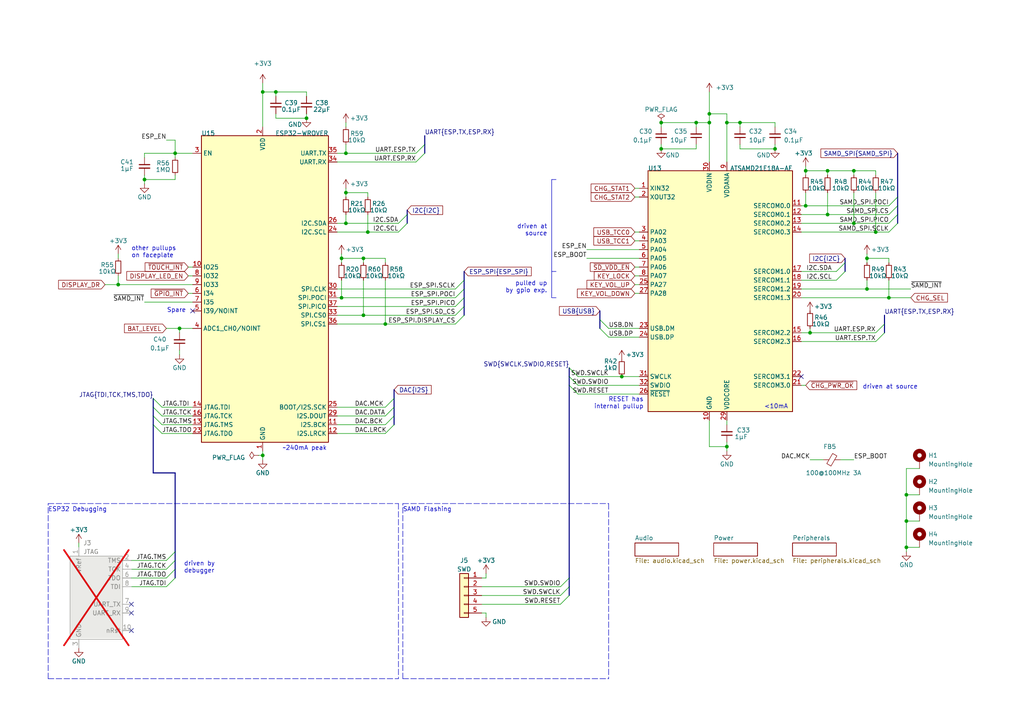
<source format=kicad_sch>
(kicad_sch (version 20230121) (generator eeschema)
  (paper "A4")
  (title_block (title "TANGARA") (date "2023-05-30") (rev "4") (company "made by jacqueline") (comment 1 "SPDX-License-Identifier: CERN-OHL-S-2.0"))
  (lib_symbols
    (symbol "Connector_Generic:Conn_01x05" (pin_names (offset 1.016) hide)
      (property "Reference" "J" (at 0 7.62 0))
      (property "Value" "Conn_01x05" (at 0 -7.62 0))
      (symbol "Conn_01x05_1_1"
        (rectangle (start -1.27 -4.953) (end 0 -5.207) (stroke (width 0.1524)))
        (rectangle (start -1.27 -2.413) (end 0 -2.667) (stroke (width 0.1524)))
        (rectangle (start -1.27 0.127) (end 0 -0.127) (stroke (width 0.1524)))
        (rectangle (start -1.27 2.667) (end 0 2.413) (stroke (width 0.1524)))
        (rectangle (start -1.27 5.207) (end 0 4.953) (stroke (width 0.1524)))
        (rectangle (start -1.27 6.35) (end 1.27 -6.35) (stroke (width 0.254)) (fill (type background)))
        (pin passive line (at -5.08 5.08 0) (length 3.81) (name "Pin_1") (number "1"))
        (pin passive line (at -5.08 2.54 0) (length 3.81) (name "Pin_2") (number "2"))
        (pin passive line (at -5.08 0 0) (length 3.81) (name "Pin_3") (number "3"))
        (pin passive line (at -5.08 -2.54 0) (length 3.81) (name "Pin_4") (number "4"))
        (pin passive line (at -5.08 -5.08 0) (length 3.81) (name "Pin_5") (number "5"))
      )
    )
    (symbol "Device:C_Small" (pin_numbers hide) (pin_names (offset 0.254) hide)
      (property "Reference" "C" (at 0.254 1.778 0))
      (property "Value" "C_Small" (at 0.254 -2.032 0))
      (symbol "C_Small_0_1"
        (polyline (pts (xy -1.524 -0.508) (xy 1.524 -0.508)) (stroke (width 0.3302)))
        (polyline (pts (xy -1.524 0.508) (xy 1.524 0.508)) (stroke (width 0.3048)))
      )
      (symbol "C_Small_1_1"
        (pin passive line (at 0 2.54 270) (length 2.032) (name "~") (number "1"))
        (pin passive line (at 0 -2.54 90) (length 2.032) (name "~") (number "2"))
      )
    )
    (symbol "Device:Ferrite_Bead_Small" (pin_numbers hide) (pin_names (offset 0))
      (property "Reference" "FB" (at 1.905 1.27 0))
      (property "Value" "Device_Ferrite_Bead_Small" (at 1.905 -1.27 0))
      (symbol "Ferrite_Bead_Small_0_1"
        (polyline (pts (xy 0 -1.27) (xy 0 -0.7874)))
        (polyline (pts (xy 0 0.889) (xy 0 1.2954)))
        (polyline (pts (xy -1.8288 0.2794) (xy -1.1176 1.4986) (xy 1.8288 -0.2032) (xy 1.1176 -1.4224) (xy -1.8288 0.2794)))
      )
      (symbol "Ferrite_Bead_Small_1_1"
        (pin passive line (at 0 2.54 270) (length 1.27) (name "~") (number "1"))
        (pin passive line (at 0 -2.54 90) (length 1.27) (name "~") (number "2"))
      )
    )
    (symbol "Device:R_Small" (pin_numbers hide) (pin_names (offset 0.254) hide)
      (property "Reference" "R" (at 0.762 0.508 0))
      (property "Value" "R_Small" (at 0.762 -1.016 0))
      (symbol "R_Small_0_1"
        (rectangle (start -0.762 1.778) (end 0.762 -1.778) (stroke (width 0.2032)))
      )
      (symbol "R_Small_1_1"
        (pin passive line (at 0 2.54 270) (length 0.762) (name "~") (number "1"))
        (pin passive line (at 0 -2.54 90) (length 0.762) (name "~") (number "2"))
      )
    )
    (symbol "Mechanical:MountingHole_Pad" (pin_numbers hide) (pin_names (offset 1.016) hide)
      (property "Reference" "H" (at 0 6.35 0))
      (property "Value" "MountingHole_Pad" (at 0 4.445 0))
      (symbol "MountingHole_Pad_0_1"
        (circle (center 0 1.27) (radius 1.27) (stroke (width 1.27)))
      )
      (symbol "MountingHole_Pad_1_1"
        (pin input line (at 0 -2.54 90) (length 2.54) (name "1") (number "1"))
      )
    )
    (symbol "power:+3V3" (power) (pin_names (offset 0))
      (property "Value" "+3V3" (at 0 3.556 0))
      (symbol "+3V3_0_1"
        (polyline (pts (xy -0.762 1.27) (xy 0 2.54)))
        (polyline (pts (xy 0 0) (xy 0 2.54)))
        (polyline (pts (xy 0 2.54) (xy 0.762 1.27)))
      )
      (symbol "+3V3_1_1"
        (pin power_in line (at 0 0 90) (length 0) hide (name "+3V3") (number "1"))
      )
    )
    (symbol "power:GND" (power) (pin_names (offset 0))
      (property "Value" "GND" (at 0 -3.81 0))
      (symbol "GND_0_1"
        (polyline (pts (xy 0 0) (xy 0 -1.27) (xy 1.27 -1.27) (xy 0 -2.54) (xy -1.27 -1.27) (xy 0 -1.27)))
      )
      (symbol "GND_1_1"
        (pin power_in line (at 0 0 270) (length 0) hide (name "GND") (number "1"))
      )
    )
    (symbol "power:PWR_FLAG" (power) (pin_numbers hide) (pin_names (offset 0) hide)
      (property "Value" "PWR_FLAG" (at 0 3.81 0))
      (symbol "PWR_FLAG_0_0"
        (pin power_out line (at 0 0 90) (length 0) (name "pwr") (number "1"))
      )
      (symbol "PWR_FLAG_0_1"
        (polyline (pts (xy 0 0) (xy 0 1.27) (xy -1.016 1.905) (xy 0 2.54) (xy 1.016 1.905) (xy 0 1.27)))
      )
    )
    (symbol "symbols:ATSAMD21E15A-A"
      (property "Reference" "U" (at 0 15.24 0))
      (property "Value" "ATSAMD21E15A-A" (at 0 10.16 0))
      (symbol "ATSAMD21E15A-A_1_1"
        (rectangle (start -20.32 45.72) (end 21.59 -24.13) (stroke (width 0.254)) (fill (type background)))
        (pin bidirectional line (at -22.86 40.64 0) (length 2.54) (name "XIN32") (number "1"))
        (pin power_in line (at -2.54 -26.67 90) (length 2.54) (name "GND") (number "10"))
        (pin bidirectional line (at 24.13 35.56 180) (length 2.54) (name "SERCOM0.0") (number "11"))
        (pin bidirectional line (at 24.13 33.02 180) (length 2.54) (name "SERCOM0.1") (number "12"))
        (pin bidirectional line (at 24.13 30.48 180) (length 2.54) (name "SERCOM0.2") (number "13"))
        (pin bidirectional line (at 24.13 27.94 180) (length 2.54) (name "SERCOM0.3") (number "14"))
        (pin bidirectional line (at 24.13 -1.27 180) (length 2.54) (name "SERCOM2.2") (number "15"))
        (pin bidirectional line (at 24.13 -3.81 180) (length 2.54) (name "SERCOM2.3") (number "16"))
        (pin bidirectional line (at 24.13 16.51 180) (length 2.54) (name "SERCOM1.0") (number "17"))
        (pin bidirectional line (at 24.13 13.97 180) (length 2.54) (name "SERCOM1.1") (number "18"))
        (pin bidirectional line (at 24.13 11.43 180) (length 2.54) (name "SERCOM1.2") (number "19"))
        (pin bidirectional line (at -22.86 38.1 0) (length 2.54) (name "XOUT32") (number "2"))
        (pin bidirectional line (at 24.13 8.89 180) (length 2.54) (name "SERCOM1.3") (number "20"))
        (pin bidirectional line (at 24.13 -16.51 180) (length 2.54) (name "SERCOM3.0") (number "21"))
        (pin bidirectional line (at 24.13 -13.97 180) (length 2.54) (name "SERCOM3.1") (number "22"))
        (pin bidirectional line (at -22.86 0 0) (length 2.54) (name "USB.DM") (number "23"))
        (pin bidirectional line (at -22.86 -2.54 0) (length 2.54) (name "USB.DP") (number "24"))
        (pin bidirectional line (at -22.86 12.7 0) (length 2.54) (name "PA27") (number "25"))
        (pin input line (at -22.86 -19.05 0) (length 2.54) (name "~{RESET}") (number "26"))
        (pin bidirectional line (at -22.86 10.16 0) (length 2.54) (name "PA28") (number "27"))
        (pin power_in line (at -2.54 -26.67 90) (length 2.54) hide (name "GND") (number "28"))
        (pin power_out line (at 2.54 -26.67 90) (length 2.54) (name "VDDCORE") (number "29"))
        (pin bidirectional line (at -22.86 27.94 0) (length 2.54) (name "PA02") (number "3"))
        (pin power_in line (at -2.54 48.26 270) (length 2.54) (name "VDDIN") (number "30"))
        (pin bidirectional line (at -22.86 -13.97 0) (length 2.54) (name "SWCLK") (number "31"))
        (pin bidirectional line (at -22.86 -16.51 0) (length 2.54) (name "SWDIO") (number "32"))
        (pin bidirectional line (at -22.86 25.4 0) (length 2.54) (name "PA03") (number "4"))
        (pin bidirectional line (at -22.86 22.86 0) (length 2.54) (name "PA04") (number "5"))
        (pin bidirectional line (at -22.86 20.32 0) (length 2.54) (name "PA05") (number "6"))
        (pin bidirectional line (at -22.86 17.78 0) (length 2.54) (name "PA06") (number "7"))
        (pin bidirectional line (at -22.86 15.24 0) (length 2.54) (name "PA07") (number "8"))
        (pin power_in line (at 2.54 48.26 270) (length 2.54) (name "VDDANA") (number "9"))
      )
    )
    (symbol "symbols:BMDU"
      (property "Reference" "U" (at -5.08 6.35 0))
      (property "Value" "BMDU" (at -5.08 6.35 0))
      (symbol "BMDU_0_0"
        (pin power_in line (at -5.08 20.32 270) (length 2.54) (name "vRef") (number "1"))
        (pin output line (at 10.16 -3.81 180) (length 2.54) (name "nRst") (number "10"))
        (pin output line (at 10.16 16.51 180) (length 2.54) (name "TMS") (number "2"))
        (pin power_in line (at -5.08 -8.89 90) (length 2.54) (name "GND") (number "3"))
        (pin output line (at 10.16 13.97 180) (length 2.54) (name "TCK") (number "4"))
        (pin power_in line (at -5.08 -8.89 90) (length 2.54) hide (name "GND") (number "5"))
        (pin output line (at 10.16 11.43 180) (length 2.54) (name "TDO") (number "6"))
        (pin output line (at 10.16 3.81 180) (length 2.54) (name "UART_TX") (number "7"))
        (pin input line (at 10.16 8.89 180) (length 2.54) (name "TDI") (number "8"))
        (pin input line (at 10.16 1.27 180) (length 2.54) (name "UART_RX") (number "9"))
      )
      (symbol "BMDU_0_1"
        (rectangle (start -7.62 17.78) (end 7.62 -6.35) (fill (type background)))
      )
    )
    (symbol "symbols:ESP32-WROOM"
      (property "Reference" "U" (at -17.78 34.29 0))
      (property "Value" "ESP32-WROOM" (at -3.81 34.29 0))
      (symbol "ESP32-WROOM_0_1"
        (rectangle (start -17.78 33.02) (end 19.05 -55.88) (stroke (width 0.254)) (fill (type background)))
      )
      (symbol "ESP32-WROOM_1_1"
        (pin power_in line (at 0 -58.42 90) (length 2.54) (name "GND") (number "1"))
        (pin bidirectional line (at -20.32 -5.08 0) (length 2.54) (name "IO25") (number "10"))
        (pin bidirectional line (at 21.59 -50.8 180) (length 2.54) (name "I2S.BCK") (number "11"))
        (pin bidirectional line (at 21.59 -53.34 180) (length 2.54) (name "I2S.LRCK") (number "12"))
        (pin bidirectional line (at -20.32 -50.8 0) (length 2.54) (name "JTAG.TMS") (number "13"))
        (pin bidirectional line (at -20.32 -45.72 0) (length 2.54) (name "JTAG.TDI") (number "14"))
        (pin power_in line (at 0 -58.42 90) (length 2.54) hide (name "GND") (number "15"))
        (pin bidirectional line (at -20.32 -48.26 0) (length 2.54) (name "JTAG.TCK") (number "16"))
        (pin no_connect line (at -17.78 16.51 0) (length 2.54) hide (name "SHD/SD2") (number "17"))
        (pin no_connect line (at -17.78 13.97 0) (length 2.54) hide (name "SWP/SD3") (number "18"))
        (pin no_connect line (at -17.78 8.89 0) (length 2.54) hide (name "SCS/CMD") (number "19"))
        (pin power_in line (at 0 35.56 270) (length 2.54) (name "VDD") (number "2"))
        (pin no_connect line (at -17.78 11.43 0) (length 2.54) hide (name "SCK/CLK") (number "20"))
        (pin no_connect line (at -17.78 21.59 0) (length 2.54) hide (name "SDO/SD0") (number "21"))
        (pin no_connect line (at -17.78 19.05 0) (length 2.54) hide (name "SDI/SD1") (number "22"))
        (pin bidirectional line (at -20.32 -53.34 0) (length 2.54) (name "JTAG.TDO") (number "23"))
        (pin bidirectional line (at 21.59 5.08 180) (length 2.54) (name "I2C.SCL") (number "24"))
        (pin bidirectional line (at 21.59 -45.72 180) (length 2.54) (name "BOOT/I2S.SCK") (number "25"))
        (pin bidirectional line (at 21.59 7.62 180) (length 2.54) (name "I2C.SDA") (number "26"))
        (pin no_connect line (at -17.78 6.35 0) (length 2.54) hide (name "IO16") (number "27"))
        (pin no_connect line (at -17.78 3.81 0) (length 2.54) hide (name "IO17") (number "28"))
        (pin bidirectional line (at 21.59 -48.26 180) (length 2.54) (name "I2S.DOUT") (number "29"))
        (pin input line (at -20.32 27.94 0) (length 2.54) (name "EN") (number "3"))
        (pin bidirectional line (at 21.59 -11.43 180) (length 2.54) (name "SPI.CLK") (number "30"))
        (pin bidirectional line (at 21.59 -13.97 180) (length 2.54) (name "SPI.POCI") (number "31"))
        (pin no_connect line (at -17.78 1.27 0) (length 2.54) hide (name "NC") (number "32"))
        (pin bidirectional line (at 21.59 -19.05 180) (length 2.54) (name "SPI.CS0") (number "33"))
        (pin bidirectional line (at 21.59 25.4 180) (length 2.54) (name "UART.RX") (number "34"))
        (pin bidirectional line (at 21.59 27.94 180) (length 2.54) (name "UART.TX") (number "35"))
        (pin bidirectional line (at 21.59 -21.59 180) (length 2.54) (name "SPI.CS1") (number "36"))
        (pin bidirectional line (at 21.59 -16.51 180) (length 2.54) (name "SPI.PICO") (number "37"))
        (pin power_in line (at 0 -58.42 90) (length 2.54) hide (name "GND") (number "38"))
        (pin power_in line (at 0 -58.42 90) (length 2.54) hide (name "GND") (number "39"))
        (pin input line (at -20.32 -22.86 0) (length 2.54) (name "ADC1_CH0/NOINT") (number "4"))
        (pin input line (at -20.32 -17.78 0) (length 2.54) (name "I39/NOINT") (number "5"))
        (pin input line (at -20.32 -12.7 0) (length 2.54) (name "I34") (number "6"))
        (pin input line (at -20.32 -15.24 0) (length 2.54) (name "I35") (number "7"))
        (pin bidirectional line (at -20.32 -7.62 0) (length 2.54) (name "IO32") (number "8"))
        (pin bidirectional line (at -20.32 -10.16 0) (length 2.54) (name "IO33") (number "9"))
      )
    )
  )
  (bus_alias "USB" (members "DN" "DP"))
  (bus_alias "ESP_SPI" (members "SCLK" "POCI" "PICO" "SD_CS" "DISPLAY_CS"))
  (bus_alias "I2C" (members "SDA" "SCL"))
  (bus_alias "SAMD_SPI" (members "SCLK" "POCI" "PICO" "CS"))
  (bus_alias "I2S" (members "MCK" "BCK" "LRCK" "DATA"))
  (junction (at 247.65 64.77))
  (junction (at 88.9 34.29))
  (junction (at 251.46 83.82))
  (junction (at 233.68 59.69))
  (junction (at 247.65 49.53))
  (junction (at 254 67.31))
  (junction (at 191.77 35.56))
  (junction (at 100.33 44.45))
  (junction (at 100.33 55.88))
  (junction (at 205.74 33.02))
  (junction (at 99.06 86.36))
  (junction (at 111.76 93.98))
  (junction (at 233.68 49.53))
  (junction (at 34.29 82.55))
  (junction (at 210.82 35.56))
  (junction (at 105.41 91.44))
  (junction (at 100.33 64.77))
  (junction (at 224.79 43.18))
  (junction (at 106.68 67.31))
  (junction (at 105.41 74.93))
  (junction (at 52.07 95.25))
  (junction (at 180.34 109.22))
  (junction (at 41.91 52.07))
  (junction (at 240.03 62.23))
  (junction (at 201.93 35.56))
  (junction (at 80.01 26.67))
  (junction (at 50.8 44.45))
  (junction (at 262.89 143.51))
  (junction (at 214.63 35.56))
  (junction (at 205.74 35.56))
  (junction (at 251.46 74.93))
  (junction (at 240.03 49.53))
  (junction (at 191.77 43.18))
  (junction (at 234.95 96.52))
  (junction (at 76.2 26.67))
  (junction (at 262.89 158.75))
  (junction (at 257.81 86.36))
  (junction (at 76.2 132.08))
  (junction (at 262.89 151.13))
  (junction (at 99.06 74.93))
  (junction (at 210.82 129.54))
  (no_connect (at 55.88 90.17))
  (no_connect (at 38.1 182.88))
  (no_connect (at 232.41 109.22))
  (no_connect (at 38.1 175.26))
  (no_connect (at 38.1 177.8))
  (bus_entry (at 114.3 115.57) (size -2.54 2.54))
  (bus_entry (at 165.1 106.68) (size 2.54 2.54))
  (bus_entry (at 165.1 109.22) (size 2.54 2.54))
  (bus_entry (at 165.1 111.76) (size 2.54 2.54))
  (bus_entry (at 44.45 123.19) (size 2.54 2.54))
  (bus_entry (at 44.45 115.57) (size 2.54 2.54))
  (bus_entry (at 44.45 118.11) (size 2.54 2.54))
  (bus_entry (at 44.45 120.65) (size 2.54 2.54))
  (bus_entry (at 257.81 64.77) (size 2.54 -2.54))
  (bus_entry (at 257.81 62.23) (size 2.54 -2.54))
  (bus_entry (at 257.81 59.69) (size 2.54 -2.54))
  (bus_entry (at 162.56 170.18) (size 2.54 -2.54))
  (bus_entry (at 132.08 86.36) (size 2.54 -2.54))
  (bus_entry (at 132.08 83.82) (size 2.54 -2.54))
  (bus_entry (at 132.08 88.9) (size 2.54 -2.54))
  (bus_entry (at 132.08 93.98) (size 2.54 -2.54))
  (bus_entry (at 132.08 91.44) (size 2.54 -2.54))
  (bus_entry (at 120.65 46.99) (size 2.54 -2.54))
  (bus_entry (at 120.65 44.45) (size 2.54 -2.54))
  (bus_entry (at 48.26 165.1) (size 2.54 -2.54))
  (bus_entry (at 48.26 167.64) (size 2.54 -2.54))
  (bus_entry (at 48.26 162.56) (size 2.54 -2.54))
  (bus_entry (at 48.26 170.18) (size 2.54 -2.54))
  (bus_entry (at 162.56 175.26) (size 2.54 -2.54))
  (bus_entry (at 242.57 78.74) (size 2.54 -2.54))
  (bus_entry (at 257.81 67.31) (size 2.54 -2.54))
  (bus_entry (at 111.76 120.65) (size 2.54 -2.54))
  (bus_entry (at 111.76 125.73) (size 2.54 -2.54))
  (bus_entry (at 111.76 123.19) (size 2.54 -2.54))
  (bus_entry (at 242.57 81.28) (size 2.54 -2.54))
  (bus_entry (at 115.57 64.77) (size 2.54 -2.54))
  (bus_entry (at 115.57 67.31) (size 2.54 -2.54))
  (bus_entry (at 254 96.52) (size 2.54 -2.54))
  (bus_entry (at 254 99.06) (size 2.54 -2.54))
  (bus_entry (at 162.56 172.72) (size 2.54 -2.54))
  (bus_entry (at 173.99 95.25) (size 2.54 2.54))
  (bus_entry (at 173.99 92.71) (size 2.54 2.54))
  (bus (pts (xy 44.45 115.57) (xy 44.45 118.11)))
  (wire (pts (xy 257.81 81.28) (xy 257.81 86.36)))
  (wire (pts (xy 205.74 129.54) (xy 210.82 129.54)))
  (wire (pts (xy 232.41 81.28) (xy 242.57 81.28)))
  (bus (pts (xy 260.35 62.23) (xy 260.35 64.77)))
  (wire (pts (xy 99.06 81.28) (xy 99.06 86.36)))
  (wire (pts (xy 251.46 74.93) (xy 257.81 74.93)))
  (wire (pts (xy 50.8 50.8) (xy 50.8 52.07)))
  (wire (pts (xy 257.81 62.23) (xy 240.03 62.23)))
  (wire (pts (xy 214.63 43.18) (xy 214.63 41.91)))
  (wire (pts (xy 262.89 143.51) (xy 262.89 151.13)))
  (bus (pts (xy 114.3 115.57) (xy 114.3 118.11)))
  (wire (pts (xy 184.15 85.09) (xy 185.42 85.09)))
  (wire (pts (xy 105.41 74.93) (xy 111.76 74.93)))
  (polyline (pts (xy 161.29 52.07) (xy 160.02 52.07)))
  (wire (pts (xy 48.26 95.25) (xy 52.07 95.25)))
  (wire (pts (xy 247.65 49.53) (xy 254 49.53)))
  (polyline (pts (xy 160.02 52.07) (xy 160.02 78.74)))
  (wire (pts (xy 111.76 74.93) (xy 111.76 76.2)))
  (wire (pts (xy 180.34 109.22) (xy 185.42 109.22)))
  (wire (pts (xy 30.48 82.55) (xy 34.29 82.55)))
  (polyline (pts (xy 176.53 146.05) (xy 176.53 196.85)) (stroke (width 0) (type dash)))
  (wire (pts (xy 99.06 86.36) (xy 132.08 86.36)))
  (wire (pts (xy 176.53 97.79) (xy 185.42 97.79)))
  (bus (pts (xy 50.8 160.02) (xy 50.8 162.56)))
  (wire (pts (xy 234.95 95.25) (xy 234.95 96.52)))
  (wire (pts (xy 224.79 35.56) (xy 224.79 36.83)))
  (wire (pts (xy 139.7 172.72) (xy 162.56 172.72)))
  (wire (pts (xy 97.79 83.82) (xy 132.08 83.82)))
  (wire (pts (xy 74.93 132.08) (xy 76.2 132.08)))
  (wire (pts (xy 266.7 135.89) (xy 262.89 135.89)))
  (wire (pts (xy 167.64 109.22) (xy 180.34 109.22)))
  (wire (pts (xy 76.2 26.67) (xy 80.01 26.67)))
  (wire (pts (xy 52.07 96.52) (xy 52.07 95.25)))
  (bus (pts (xy 173.99 90.17) (xy 173.99 92.71)))
  (wire (pts (xy 41.91 52.07) (xy 50.8 52.07)))
  (wire (pts (xy 140.97 166.37) (xy 140.97 167.64)))
  (bus (pts (xy 114.3 118.11) (xy 114.3 120.65)))
  (bus (pts (xy 165.1 106.68) (xy 165.1 109.22)))
  (bus (pts (xy 123.19 41.91) (xy 123.19 44.45)))
  (wire (pts (xy 232.41 86.36) (xy 257.81 86.36)))
  (wire (pts (xy 201.93 35.56) (xy 191.77 35.56)))
  (wire (pts (xy 184.15 67.31) (xy 185.42 67.31)))
  (wire (pts (xy 41.91 50.8) (xy 41.91 52.07)))
  (wire (pts (xy 184.15 57.15) (xy 185.42 57.15)))
  (wire (pts (xy 251.46 74.93) (xy 251.46 76.2)))
  (polyline (pts (xy 116.84 146.05) (xy 176.53 146.05)) (stroke (width 0) (type dash)))
  (wire (pts (xy 48.26 40.64) (xy 50.8 40.64)))
  (wire (pts (xy 234.95 133.35) (xy 238.76 133.35)))
  (wire (pts (xy 176.53 95.25) (xy 185.42 95.25)))
  (wire (pts (xy 76.2 26.67) (xy 76.2 36.83)))
  (wire (pts (xy 205.74 33.02) (xy 205.74 35.56)))
  (wire (pts (xy 105.41 81.28) (xy 105.41 91.44)))
  (wire (pts (xy 184.15 54.61) (xy 185.42 54.61)))
  (wire (pts (xy 140.97 179.07) (xy 140.97 177.8)))
  (wire (pts (xy 247.65 55.88) (xy 247.65 64.77)))
  (wire (pts (xy 240.03 50.8) (xy 240.03 49.53)))
  (wire (pts (xy 184.15 77.47) (xy 185.42 77.47)))
  (wire (pts (xy 184.15 80.01) (xy 185.42 80.01)))
  (wire (pts (xy 262.89 158.75) (xy 262.89 160.02)))
  (wire (pts (xy 210.82 35.56) (xy 210.82 46.99)))
  (wire (pts (xy 257.81 86.36) (xy 264.16 86.36)))
  (wire (pts (xy 46.99 120.65) (xy 55.88 120.65)))
  (wire (pts (xy 232.41 83.82) (xy 251.46 83.82)))
  (bus (pts (xy 245.11 76.2) (xy 245.11 78.74)))
  (wire (pts (xy 233.68 55.88) (xy 233.68 59.69)))
  (wire (pts (xy 232.41 78.74) (xy 242.57 78.74)))
  (polyline (pts (xy 160.02 78.74) (xy 160.02 86.36)))
  (wire (pts (xy 257.81 59.69) (xy 233.68 59.69)))
  (wire (pts (xy 243.84 133.35) (xy 247.65 133.35)))
  (wire (pts (xy 22.86 157.48) (xy 22.86 158.75)))
  (wire (pts (xy 80.01 26.67) (xy 88.9 26.67)))
  (wire (pts (xy 139.7 175.26) (xy 162.56 175.26)))
  (wire (pts (xy 76.2 24.13) (xy 76.2 26.67)))
  (bus (pts (xy 165.1 109.22) (xy 165.1 111.76)))
  (bus (pts (xy 165.1 170.18) (xy 165.1 172.72)))
  (wire (pts (xy 46.99 118.11) (xy 55.88 118.11)))
  (wire (pts (xy 34.29 73.66) (xy 34.29 74.93)))
  (polyline (pts (xy 13.97 196.85) (xy 13.97 146.05)) (stroke (width 0) (type dash)))
  (wire (pts (xy 99.06 74.93) (xy 105.41 74.93)))
  (polyline (pts (xy 160.02 78.74) (xy 161.29 78.74)))
  (wire (pts (xy 46.99 123.19) (xy 55.88 123.19)))
  (wire (pts (xy 201.93 35.56) (xy 201.93 36.83)))
  (wire (pts (xy 80.01 33.02) (xy 80.01 34.29)))
  (wire (pts (xy 247.65 64.77) (xy 257.81 64.77)))
  (wire (pts (xy 80.01 34.29) (xy 88.9 34.29)))
  (wire (pts (xy 184.15 82.55) (xy 185.42 82.55)))
  (wire (pts (xy 247.65 50.8) (xy 247.65 49.53)))
  (wire (pts (xy 88.9 26.67) (xy 88.9 27.94)))
  (wire (pts (xy 191.77 35.56) (xy 191.77 36.83)))
  (bus (pts (xy 134.62 88.9) (xy 134.62 86.36)))
  (wire (pts (xy 97.79 67.31) (xy 106.68 67.31)))
  (wire (pts (xy 97.79 125.73) (xy 111.76 125.73)))
  (wire (pts (xy 232.41 96.52) (xy 234.95 96.52)))
  (wire (pts (xy 100.33 62.23) (xy 100.33 64.77)))
  (wire (pts (xy 214.63 43.18) (xy 224.79 43.18)))
  (bus (pts (xy 114.3 120.65) (xy 114.3 123.19)))
  (wire (pts (xy 167.64 111.76) (xy 185.42 111.76)))
  (bus (pts (xy 165.1 111.76) (xy 165.1 167.64)))
  (polyline (pts (xy 160.02 86.36) (xy 161.29 86.36)))
  (wire (pts (xy 170.18 72.39) (xy 185.42 72.39)))
  (wire (pts (xy 38.1 165.1) (xy 48.26 165.1)))
  (bus (pts (xy 44.45 120.65) (xy 44.45 123.19)))
  (wire (pts (xy 46.99 125.73) (xy 55.88 125.73)))
  (wire (pts (xy 100.33 41.91) (xy 100.33 44.45)))
  (wire (pts (xy 111.76 81.28) (xy 111.76 93.98)))
  (wire (pts (xy 254 55.88) (xy 254 67.31)))
  (wire (pts (xy 254 49.53) (xy 254 50.8)))
  (wire (pts (xy 97.79 64.77) (xy 100.33 64.77)))
  (wire (pts (xy 210.82 33.02) (xy 210.82 35.56)))
  (wire (pts (xy 97.79 88.9) (xy 132.08 88.9)))
  (bus (pts (xy 173.99 92.71) (xy 173.99 95.25)))
  (wire (pts (xy 233.68 48.26) (xy 233.68 49.53)))
  (polyline (pts (xy 116.84 196.85) (xy 116.84 146.05)) (stroke (width 0) (type dash)))
  (wire (pts (xy 167.64 114.3) (xy 185.42 114.3)))
  (wire (pts (xy 38.1 167.64) (xy 48.26 167.64)))
  (wire (pts (xy 99.06 74.93) (xy 99.06 76.2)))
  (wire (pts (xy 210.82 128.27) (xy 210.82 129.54)))
  (wire (pts (xy 38.1 170.18) (xy 48.26 170.18)))
  (wire (pts (xy 233.68 59.69) (xy 232.41 59.69)))
  (wire (pts (xy 262.89 135.89) (xy 262.89 143.51)))
  (bus (pts (xy 44.45 137.16) (xy 50.8 137.16)))
  (wire (pts (xy 232.41 62.23) (xy 240.03 62.23)))
  (wire (pts (xy 100.33 35.56) (xy 100.33 36.83)))
  (polyline (pts (xy 116.84 196.85) (xy 176.53 196.85)) (stroke (width 0) (type dash)))
  (wire (pts (xy 139.7 170.18) (xy 162.56 170.18)))
  (wire (pts (xy 54.61 77.47) (xy 55.88 77.47)))
  (wire (pts (xy 105.41 91.44) (xy 132.08 91.44)))
  (wire (pts (xy 232.41 67.31) (xy 254 67.31)))
  (wire (pts (xy 97.79 44.45) (xy 100.33 44.45)))
  (wire (pts (xy 100.33 64.77) (xy 115.57 64.77)))
  (wire (pts (xy 224.79 41.91) (xy 224.79 43.18)))
  (wire (pts (xy 205.74 33.02) (xy 210.82 33.02)))
  (wire (pts (xy 251.46 73.66) (xy 251.46 74.93)))
  (wire (pts (xy 240.03 55.88) (xy 240.03 62.23)))
  (wire (pts (xy 76.2 132.08) (xy 76.2 130.81)))
  (wire (pts (xy 205.74 26.67) (xy 205.74 33.02)))
  (wire (pts (xy 76.2 133.35) (xy 76.2 132.08)))
  (wire (pts (xy 38.1 162.56) (xy 48.26 162.56)))
  (wire (pts (xy 232.41 64.77) (xy 247.65 64.77)))
  (wire (pts (xy 232.41 99.06) (xy 254 99.06)))
  (bus (pts (xy 134.62 78.74) (xy 134.62 81.28)))
  (wire (pts (xy 41.91 52.07) (xy 41.91 53.34)))
  (wire (pts (xy 191.77 41.91) (xy 191.77 43.18)))
  (bus (pts (xy 134.62 91.44) (xy 134.62 88.9)))
  (wire (pts (xy 262.89 151.13) (xy 262.89 158.75)))
  (bus (pts (xy 134.62 86.36) (xy 134.62 83.82)))
  (wire (pts (xy 240.03 49.53) (xy 247.65 49.53)))
  (bus (pts (xy 118.11 62.23) (xy 118.11 64.77)))
  (wire (pts (xy 41.91 44.45) (xy 50.8 44.45)))
  (bus (pts (xy 123.19 39.37) (xy 123.19 41.91)))
  (wire (pts (xy 233.68 50.8) (xy 233.68 49.53)))
  (wire (pts (xy 34.29 80.01) (xy 34.29 82.55)))
  (wire (pts (xy 105.41 74.93) (xy 105.41 76.2)))
  (wire (pts (xy 100.33 44.45) (xy 120.65 44.45)))
  (wire (pts (xy 251.46 83.82) (xy 264.16 83.82)))
  (wire (pts (xy 100.33 57.15) (xy 100.33 55.88)))
  (wire (pts (xy 205.74 121.92) (xy 205.74 129.54)))
  (wire (pts (xy 111.76 93.98) (xy 132.08 93.98)))
  (wire (pts (xy 170.18 74.93) (xy 185.42 74.93)))
  (wire (pts (xy 41.91 45.72) (xy 41.91 44.45)))
  (polyline (pts (xy 13.97 146.05) (xy 115.57 146.05)) (stroke (width 0) (type dash)))
  (wire (pts (xy 34.29 82.55) (xy 55.88 82.55)))
  (wire (pts (xy 97.79 118.11) (xy 111.76 118.11)))
  (bus (pts (xy 134.62 83.82) (xy 134.62 81.28)))
  (wire (pts (xy 97.79 120.65) (xy 111.76 120.65)))
  (wire (pts (xy 106.68 62.23) (xy 106.68 67.31)))
  (wire (pts (xy 54.61 80.01) (xy 55.88 80.01)))
  (wire (pts (xy 205.74 35.56) (xy 205.74 46.99)))
  (wire (pts (xy 210.82 35.56) (xy 214.63 35.56)))
  (bus (pts (xy 256.54 93.98) (xy 256.54 96.52)))
  (bus (pts (xy 50.8 137.16) (xy 50.8 160.02)))
  (wire (pts (xy 97.79 93.98) (xy 111.76 93.98)))
  (bus (pts (xy 50.8 162.56) (xy 50.8 165.1)))
  (wire (pts (xy 262.89 151.13) (xy 266.7 151.13)))
  (wire (pts (xy 100.33 54.61) (xy 100.33 55.88)))
  (wire (pts (xy 214.63 35.56) (xy 224.79 35.56)))
  (wire (pts (xy 257.81 74.93) (xy 257.81 76.2)))
  (wire (pts (xy 262.89 158.75) (xy 266.7 158.75)))
  (wire (pts (xy 100.33 55.88) (xy 106.68 55.88)))
  (wire (pts (xy 52.07 95.25) (xy 55.88 95.25)))
  (bus (pts (xy 118.11 60.96) (xy 118.11 62.23)))
  (wire (pts (xy 140.97 177.8) (xy 139.7 177.8)))
  (bus (pts (xy 260.35 57.15) (xy 260.35 59.69)))
  (wire (pts (xy 201.93 43.18) (xy 201.93 41.91)))
  (wire (pts (xy 140.97 167.64) (xy 139.7 167.64)))
  (bus (pts (xy 44.45 118.11) (xy 44.45 120.65)))
  (wire (pts (xy 106.68 67.31) (xy 115.57 67.31)))
  (wire (pts (xy 80.01 26.67) (xy 80.01 27.94)))
  (bus (pts (xy 114.3 113.03) (xy 114.3 115.57)))
  (wire (pts (xy 50.8 44.45) (xy 55.88 44.45)))
  (bus (pts (xy 260.35 59.69) (xy 260.35 62.23)))
  (bus (pts (xy 44.45 123.19) (xy 44.45 137.16)))
  (wire (pts (xy 205.74 35.56) (xy 201.93 35.56)))
  (wire (pts (xy 210.82 123.19) (xy 210.82 121.92)))
  (wire (pts (xy 88.9 34.29) (xy 88.9 33.02)))
  (wire (pts (xy 251.46 81.28) (xy 251.46 83.82)))
  (wire (pts (xy 50.8 45.72) (xy 50.8 44.45)))
  (wire (pts (xy 210.82 129.54) (xy 210.82 130.81)))
  (wire (pts (xy 97.79 46.99) (xy 120.65 46.99)))
  (wire (pts (xy 214.63 35.56) (xy 214.63 36.83)))
  (bus (pts (xy 245.11 74.93) (xy 245.11 76.2)))
  (wire (pts (xy 233.68 49.53) (xy 240.03 49.53)))
  (wire (pts (xy 97.79 123.19) (xy 111.76 123.19)))
  (polyline (pts (xy 13.97 196.85) (xy 115.57 196.85)) (stroke (width 0) (type dash)))
  (wire (pts (xy 97.79 91.44) (xy 105.41 91.44)))
  (wire (pts (xy 254 67.31) (xy 257.81 67.31)))
  (wire (pts (xy 54.61 85.09) (xy 55.88 85.09)))
  (wire (pts (xy 201.93 43.18) (xy 191.77 43.18)))
  (wire (pts (xy 262.89 143.51) (xy 266.7 143.51)))
  (wire (pts (xy 52.07 102.87) (xy 52.07 101.6)))
  (polyline (pts (xy 115.57 146.05) (xy 115.57 196.85)) (stroke (width 0) (type dash)))
  (wire (pts (xy 97.79 86.36) (xy 99.06 86.36)))
  (bus (pts (xy 165.1 167.64) (xy 165.1 170.18)))
  (wire (pts (xy 41.91 87.63) (xy 55.88 87.63)))
  (wire (pts (xy 184.15 69.85) (xy 185.42 69.85)))
  (bus (pts (xy 260.35 44.45) (xy 260.35 57.15)))
  (wire (pts (xy 234.95 96.52) (xy 254 96.52)))
  (wire (pts (xy 99.06 73.66) (xy 99.06 74.93)))
  (wire (pts (xy 233.68 111.76) (xy 232.41 111.76)))
  (bus (pts (xy 50.8 165.1) (xy 50.8 167.64)))
  (wire (pts (xy 50.8 44.45) (xy 50.8 40.64)))
  (wire (pts (xy 106.68 55.88) (xy 106.68 57.15)))
  (bus (pts (xy 256.54 91.44) (xy 256.54 93.98)))
  (text "<10mA" (at 221.615 118.745 0) (effects (font (size 1.27 1.27)) (justify left bottom)))
  (text "driven by\ndebugger" (at 53.34 166.37 0) (effects (font (size 1.27 1.27)) (justify left bottom)))
  (text "~240mA peak" (at 81.915 130.81 0) (effects (font (size 1.27 1.27)) (justify left bottom)))
  (text "Spare" (at 53.975 90.805 0) (effects (font (size 1.27 1.27)) (justify right bottom)))
  (text "RESET has\ninternal pullup" (at 186.69 118.745 0) (effects (font (size 1.27 1.27)) (justify right bottom)))
  (text "SAMD Flashing" (at 116.84 148.59 0) (effects (font (size 1.27 1.27)) (justify left bottom)))
  (text "driven at\nsource" (at 158.75 68.58 0) (effects (font (size 1.27 1.27)) (justify right bottom)))
  (text "ESP32 Debugging" (at 13.97 148.59 0) (effects (font (size 1.27 1.27)) (justify left bottom)))
  (text "other pullups\non faceplate" (at 38.1 74.93 0) (effects (font (size 1.27 1.27)) (justify left bottom)))
  (text "driven at source" (at 250.19 113.03 0) (effects (font (size 1.27 1.27)) (justify left bottom)))
  (text "pulled up\nby gpio exp." (at 158.75 85.09 0) (effects (font (size 1.27 1.27)) (justify right bottom)))
  (label "~{SAMD_INT}" (at 264.16 83.82 0))
  (label "UART.ESP.TX" (at 120.65 44.45 180))
  (label "DAC.BCK" (at 102.87 123.19 0))
  (label "JTAG.TCK" (at 48.26 165.1 180))
  (label "UART{ESP.TX,ESP.RX}" (at 256.54 91.44 0))
  (label "ESP_BOOT" (at 170.18 74.93 180))
  (label "ESP_SPI.DISPLAY_CS" (at 132.08 93.98 180))
  (label "SAMD_SPI.SCLK" (at 257.81 67.31 180))
  (label "I2C.SCL" (at 241.3 81.28 180))
  (label "DAC.MCK" (at 102.87 118.11 0))
  (label "I2C.SDA" (at 115.57 64.77 180))
  (label "SWD.SWCLK" (at 176.53 109.22 180))
  (label "ESP_SPI.SCLK" (at 132.08 83.82 180))
  (label "JTAG.TDO" (at 48.26 167.64 180))
  (label "JTAG.TCK" (at 46.99 120.65 0))
  (label "DAC.MCK" (at 234.95 133.35 180))
  (label "SAMD_SPI.PICO" (at 257.81 64.77 180))
  (label "SWD.RESET" (at 176.53 114.3 180))
  (label "SWD{SWCLK,SWDIO,RESET}" (at 165.1 106.68 180))
  (label "SWD.SWDIO" (at 176.53 111.76 180))
  (label "SWD.RESET" (at 162.56 175.26 180))
  (label "JTAG.TDO" (at 46.99 125.73 0))
  (label "I2C.SCL" (at 115.57 67.31 180))
  (label "ESP_SPI.POCI" (at 132.08 86.36 180))
  (label "SAMD_SPI.CS" (at 257.81 62.23 180))
  (label "UART{ESP.TX,ESP.RX}" (at 123.19 39.37 0))
  (label "ESP_EN" (at 170.18 72.39 180))
  (label "~{SAMD_INT}" (at 41.91 87.63 180))
  (label "JTAG{TDI,TCK,TMS,TDO}" (at 44.45 115.57 180))
  (label "ESP_SPI.PICO" (at 132.08 88.9 180))
  (label "DAC.DATA" (at 102.87 120.65 0))
  (label "UART.ESP.RX" (at 120.65 46.99 180))
  (label "JTAG.TDI" (at 48.26 170.18 180))
  (label "UART.ESP.TX" (at 254 99.06 180))
  (label "SWD.SWCLK" (at 162.56 172.72 180))
  (label "SWD.SWDIO" (at 162.56 170.18 180))
  (label "UART.ESP.RX" (at 254 96.52 180))
  (label "SAMD_SPI.POCI" (at 257.81 59.69 180))
  (label "USB.DN" (at 176.53 95.25 0))
  (label "USB.DP" (at 176.53 97.79 0))
  (label "ESP_EN" (at 48.26 40.64 180))
  (label "JTAG.TDI" (at 46.99 118.11 0))
  (label "JTAG.TMS" (at 48.26 162.56 180))
  (label "I2C.SDA" (at 241.3 78.74 180))
  (label "JTAG.TMS" (at 46.99 123.19 0))
  (label "DAC.LRCK" (at 102.87 125.73 0))
  (label "ESP_SPI.SD_CS" (at 132.08 91.44 180))
  (label "ESP_BOOT" (at 247.65 133.35 0))
  (global_label "~{GPIO_INT}" (shape input) (at 54.61 85.09 180) (property "Intersheetrefs" "${INTERSHEET_REFS}" (effects hide)))
  (global_label "BAT_LEVEL" (shape input) (at 48.26 95.25 180) (property "Intersheetrefs" "${INTERSHEET_REFS}" (effects hide)))
  (global_label "KEY_VOL_DOWN" (shape input) (at 184.15 85.09 180) (property "Intersheetrefs" "${INTERSHEET_REFS}" (effects hide)))
  (global_label "SAMD_SPI{SAMD_SPI}" (shape input) (at 260.35 44.45 180) (property "Intersheetrefs" "${INTERSHEET_REFS}" (effects hide)))
  (global_label "USB{USB}" (shape input) (at 173.99 90.17 180) (property "Intersheetrefs" "${INTERSHEET_REFS}" (effects hide)))
  (global_label "DISPLAY_LED_EN" (shape input) (at 54.61 80.01 180) (property "Intersheetrefs" "${INTERSHEET_REFS}" (effects hide)))
  (global_label "~{SD_VDD_EN}" (shape input) (at 184.15 77.47 180) (property "Intersheetrefs" "${INTERSHEET_REFS}" (effects hide)))
  (global_label "USB_TCC1" (shape input) (at 184.15 69.85 180) (property "Intersheetrefs" "${INTERSHEET_REFS}" (effects hide)))
  (global_label "I2C{I2C}" (shape input) (at 118.11 60.96 0) (property "Intersheetrefs" "${INTERSHEET_REFS}" (effects hide)))
  (global_label "KEY_VOL_UP" (shape input) (at 184.15 82.55 180) (property "Intersheetrefs" "${INTERSHEET_REFS}" (effects hide)))
  (global_label "DISPLAY_DR" (shape input) (at 30.48 82.55 180) (property "Intersheetrefs" "${INTERSHEET_REFS}" (effects hide)))
  (global_label "DAC{I2S}" (shape input) (at 114.3 113.03 0) (property "Intersheetrefs" "${INTERSHEET_REFS}" (effects hide)))
  (global_label "I2C{I2C}" (shape input) (at 245.11 74.93 180) (property "Intersheetrefs" "${INTERSHEET_REFS}" (effects hide)))
  (global_label "~{TOUCH_INT}" (shape input) (at 54.61 77.47 180) (property "Intersheetrefs" "${INTERSHEET_REFS}" (effects hide)))
  (global_label "USB_TCC0" (shape input) (at 184.15 67.31 180) (property "Intersheetrefs" "${INTERSHEET_REFS}" (effects hide)))
  (global_label "KEY_LOCK" (shape input) (at 184.15 80.01 180) (property "Intersheetrefs" "${INTERSHEET_REFS}" (effects hide)))
  (global_label "ESP_SPI{ESP_SPI}" (shape input) (at 134.62 78.74 0) (property "Intersheetrefs" "${INTERSHEET_REFS}" (effects hide)))
  (global_label "~{CHG_PWR_OK}" (shape input) (at 233.68 111.76 0) (property "Intersheetrefs" "${INTERSHEET_REFS}" (effects hide)))
  (global_label "CHG_STAT1" (shape input) (at 184.15 54.61 180) (property "Intersheetrefs" "${INTERSHEET_REFS}" (effects hide)))
  (global_label "CHG_SEL" (shape input) (at 264.16 86.36 0) (property "Intersheetrefs" "${INTERSHEET_REFS}" (effects hide)))
  (global_label "CHG_STAT2" (shape input) (at 184.15 57.15 180) (property "Intersheetrefs" "${INTERSHEET_REFS}" (effects hide)))
  (symbol (lib_id "Device:R_Small") (at 100.33 59.69 0) (unit 1)
    (property "Reference" "R21" (at 103.505 59.055 0))
    (property "Value" "10kΩ" (at 103.505 60.96 0))
    (property "Footprint" "Resistor_SMD:R_0603_1608Metric" (effects hide))
    (property "MPN" "AC0603JR-0710KL" (effects hide))
  )
  (symbol (lib_id "power:PWR_FLAG") (at 74.93 132.08 90) (unit 1)
    (property "Reference" "#FLG0102" (effects hide))
    (property "Value" "PWR_FLAG" (at 71.12 132.715 90) (effects (justify left)))
  )
  (symbol (lib_id "power:+3V3") (at 22.86 157.48 0) (unit 1)
    (property "Reference" "#PWR0101" (effects hide))
    (property "Value" "+3V3" (at 22.86 153.67 0))
  )
  (symbol (lib_id "Device:R_Small") (at 240.03 53.34 0) (unit 1)
    (property "Reference" "R48" (at 243.84 52.705 0))
    (property "Value" "10kΩ" (at 243.84 54.61 0))
    (property "Footprint" "Resistor_SMD:R_0603_1608Metric" (effects hide))
    (property "MPN" "AC0603JR-0710KL" (effects hide))
  )
  (symbol (lib_id "Mechanical:MountingHole_Pad") (at 266.7 156.21 0) (unit 1) (in_bom no)
    (property "Reference" "H4" (at 269.24 154.9399 0) (effects (justify left)))
    (property "Value" "MountingHole" (at 269.24 157.4799 0) (effects (justify left)))
    (property "Footprint" "MountingHole:MountingHole_2.2mm_M2_Pad_Via" (effects hide))
  )
  (symbol (lib_id "power:+3V3") (at 140.97 166.37 0) (unit 1)
    (property "Reference" "#PWR0115" (effects hide))
    (property "Value" "+3V3" (at 140.97 162.56 0))
  )
  (symbol (lib_id "power:GND") (at 262.89 160.02 0) (unit 1)
    (property "Reference" "#PWR054" (effects hide))
    (property "Value" "GND" (at 262.89 163.83 0))
  )
  (symbol (lib_id "symbols:ESP32-WROOM") (at 76.2 72.39 0) (unit 1)
    (property "Reference" "U15" (at 58.42 39.37 0) (effects (justify left bottom)))
    (property "Value" "ESP32-WROVER" (at 95.25 39.37 0) (effects (justify right bottom)))
    (property "Footprint" "footprints:ESP32-WROVER" (effects hide))
    (property "Datasheet" "https://www.espressif.com/sites/default/files/documentation/esp32-wroom-32d_esp32-wroom-32u_datasheet_en.pdf" (effects hide))
    (property "MPN" "ESP32-WROVER-E-N16R8" (effects hide))
  )
  (symbol (lib_id "Device:C_Small") (at 88.9 30.48 0) (unit 1)
    (property "Reference" "C38" (at 93.345 29.845 0))
    (property "Value" "22μF" (at 93.345 31.75 0))
    (property "Footprint" "Capacitor_SMD:C_1206_3216Metric" (effects hide))
    (property "MPN" "GRM319R61C226KE15D" (effects hide))
  )
  (symbol (lib_id "power:+3V3") (at 76.2 24.13 0) (unit 1)
    (property "Reference" "#PWR0108" (effects hide))
    (property "Value" "+3V3" (at 76.2 18.415 0))
  )
  (symbol (lib_id "power:GND") (at 210.82 130.81 0) (unit 1)
    (property "Reference" "#PWR0121" (effects hide))
    (property "Value" "GND" (at 210.82 134.62 0))
  )
  (symbol (lib_id "Device:C_Small") (at 41.91 48.26 0) (unit 1)
    (property "Reference" "C41" (at 36.83 46.99 0))
    (property "Value" "1μF" (at 36.83 48.895 0))
    (property "Footprint" "Capacitor_SMD:C_0805_2012Metric" (effects hide))
    (property "MPN" "GRM216R61C105KA88D" (effects hide))
  )
  (symbol (lib_id "power:GND") (at 22.86 187.96 0) (unit 1)
    (property "Reference" "#PWR0102" (effects hide))
    (property "Value" "GND" (at 22.86 191.77 0))
  )
  (symbol (lib_id "power:GND") (at 76.2 133.35 0) (unit 1)
    (property "Reference" "#PWR0109" (effects hide))
    (property "Value" "GND" (at 76.2 137.16 0))
  )
  (symbol (lib_id "power:+3V3") (at 234.95 90.17 0) (unit 1)
    (property "Reference" "#PWR0124" (effects hide))
    (property "Value" "+3V3" (at 238.76 88.9 0))
  )
  (symbol (lib_id "Device:R_Small") (at 99.06 78.74 0) (unit 1)
    (property "Reference" "R20" (at 102.235 78.105 0))
    (property "Value" "10kΩ" (at 102.235 80.01 0))
    (property "Footprint" "Resistor_SMD:R_0603_1608Metric" (effects hide))
    (property "MPN" "AC0603JR-0710KL" (effects hide))
  )
  (symbol (lib_id "Device:C_Small") (at 201.93 39.37 0) (mirror x) (unit 1)
    (property "Reference" "C35" (at 199.39 38.1 0) (effects (justify right)))
    (property "Value" "10μF" (at 199.39 40.64 0) (effects (justify right)))
    (property "Footprint" "Capacitor_SMD:C_0805_2012Metric" (effects hide))
    (property "MPN" "GRM21BR61C106KE15K" (effects hide))
  )
  (symbol (lib_id "Device:C_Small") (at 224.79 39.37 0) (unit 1)
    (property "Reference" "C34" (at 227.33 38.1062 0) (effects (justify left)))
    (property "Value" "0.1μF" (at 227.33 40.6462 0) (effects (justify left)))
    (property "Footprint" "Capacitor_SMD:C_0603_1608Metric" (effects hide))
    (property "MPN" "GCM188R71C104KA37J" (effects hide))
  )
  (symbol (lib_id "power:GND") (at 191.77 43.18 0) (mirror y) (unit 1)
    (property "Reference" "#PWR0119" (effects hide))
    (property "Value" "GND" (at 193.04 45.72 0) (effects (justify right bottom)))
  )
  (symbol (lib_id "power:+3V3") (at 233.68 48.26 0) (mirror y) (unit 1)
    (property "Reference" "#PWR0123" (effects hide))
    (property "Value" "+3V3" (at 233.045 44.45 0))
  )
  (symbol (lib_id "power:GND") (at 52.07 102.87 0) (unit 1)
    (property "Reference" "#PWR0105" (effects hide))
    (property "Value" "GND" (at 52.07 106.68 0))
  )
  (symbol (lib_id "Device:C_Small") (at 191.77 39.37 0) (mirror y) (unit 1)
    (property "Reference" "C30" (at 189.23 38.1062 0) (effects (justify left)))
    (property "Value" "0.1μF" (at 189.23 40.6462 0) (effects (justify left)))
    (property "Footprint" "Capacitor_SMD:C_0603_1608Metric" (effects hide))
    (property "MPN" "GCM188R71C104KA37J" (effects hide))
  )
  (symbol (lib_id "power:+3V3") (at 251.46 73.66 0) (mirror y) (unit 1)
    (property "Reference" "#PWR0125" (effects hide))
    (property "Value" "+3V3" (at 255.27 72.39 0))
  )
  (symbol (lib_id "Connector_Generic:Conn_01x05") (at 134.62 172.72 0) (mirror y) (unit 1) (in_bom no)
    (property "Reference" "J5" (at 134.62 162.56 0))
    (property "Value" "SWD" (at 134.62 165.1 0))
    (property "Footprint" "footprints:SAMDSWD" (effects hide))
  )
  (symbol (lib_id "power:+3V3") (at 99.06 73.66 0) (unit 1)
    (property "Reference" "#PWR0113" (effects hide))
    (property "Value" "+3V3" (at 102.87 72.39 0))
  )
  (symbol (lib_id "Device:C_Small") (at 80.01 30.48 0) (unit 1)
    (property "Reference" "C39" (at 84.455 29.845 0))
    (property "Value" "0.1μF" (at 84.455 31.75 0))
    (property "Footprint" "Capacitor_SMD:C_0603_1608Metric" (effects hide))
    (property "MPN" "GCM188R71C104KA37J" (effects hide))
  )
  (symbol (lib_id "Device:C_Small") (at 214.63 39.37 180) (unit 1)
    (property "Reference" "C32" (at 217.17 38.1 0) (effects (justify right)))
    (property "Value" "10μF" (at 217.17 40.64 0) (effects (justify right)))
    (property "Footprint" "Capacitor_SMD:C_0805_2012Metric" (effects hide))
    (property "MPN" "GRM21BR61C106KE15K" (effects hide))
  )
  (symbol (lib_id "power:+3V3") (at 100.33 54.61 0) (unit 1)
    (property "Reference" "#PWR0112" (effects hide))
    (property "Value" "+3V3" (at 104.14 53.34 0))
  )
  (symbol (lib_id "Device:R_Small") (at 111.76 78.74 0) (unit 1)
    (property "Reference" "R58" (at 114.935 78.105 0))
    (property "Value" "10kΩ" (at 114.935 80.01 0))
    (property "Footprint" "Resistor_SMD:R_0603_1608Metric" (effects hide))
    (property "MPN" "AC0603JR-0710KL" (effects hide))
  )
  (symbol (lib_id "Device:Ferrite_Bead_Small") (at 241.3 133.35 90) (unit 1)
    (property "Reference" "FB5" (at 242.57 129.54 90) (effects (justify left)))
    (property "Value" "100@100MHz 3A" (at 233.68 137.16 90) (effects (justify right)))
    (property "Footprint" "Inductor_SMD:L_0603_1608Metric" (effects hide))
    (property "MPN" "BLM18KG101TN1D" (effects hide))
  )
  (symbol (lib_id "Device:R_Small") (at 247.65 53.34 0) (unit 1)
    (property "Reference" "R44" (at 250.825 52.705 0))
    (property "Value" "10kΩ" (at 250.825 54.61 0))
    (property "Footprint" "Resistor_SMD:R_0603_1608Metric" (effects hide))
    (property "MPN" "AC0603JR-0710KL" (effects hide))
  )
  (symbol (lib_id "power:GND") (at 224.79 43.18 0) (unit 1)
    (property "Reference" "#PWR0122" (effects hide))
    (property "Value" "GND" (at 223.52 45.72 0) (effects (justify right bottom)))
  )
  (symbol (lib_id "Device:R_Small") (at 106.68 59.69 0) (unit 1)
    (property "Reference" "R26" (at 109.855 59.055 0))
    (property "Value" "10kΩ" (at 109.855 60.96 0))
    (property "Footprint" "Resistor_SMD:R_0603_1608Metric" (effects hide))
    (property "MPN" "AC0603JR-0710KL" (effects hide))
  )
  (symbol (lib_id "Device:R_Small") (at 105.41 78.74 0) (unit 1)
    (property "Reference" "R60" (at 108.585 78.105 0))
    (property "Value" "10kΩ" (at 108.585 80.01 0))
    (property "Footprint" "Resistor_SMD:R_0603_1608Metric" (effects hide))
    (property "MPN" "AC0603JR-0710KL" (effects hide))
  )
  (symbol (lib_id "Device:R_Small") (at 254 53.34 0) (unit 1)
    (property "Reference" "R47" (at 257.175 52.705 0))
    (property "Value" "10kΩ" (at 257.175 54.61 0))
    (property "Footprint" "Resistor_SMD:R_0603_1608Metric" (effects hide))
    (property "MPN" "AC0603JR-0710KL" (effects hide))
  )
  (symbol (lib_id "Device:R_Small") (at 50.8 48.26 180) (unit 1)
    (property "Reference" "R56" (at 47.3075 47.3075 0))
    (property "Value" "1MΩ" (at 47.3075 49.2125 0))
    (property "Footprint" "Resistor_SMD:R_0603_1608Metric" (effects hide))
    (property "MPN" "AC0603FR-131ML" (effects hide))
  )
  (symbol (lib_id "Mechanical:MountingHole_Pad") (at 266.7 133.35 0) (unit 1) (in_bom no)
    (property "Reference" "H1" (at 269.24 132.0799 0) (effects (justify left)))
    (property "Value" "MountingHole" (at 269.24 134.6199 0) (effects (justify left)))
    (property "Footprint" "MountingHole:MountingHole_2.2mm_M2_Pad_Via" (effects hide))
  )
  (symbol (lib_id "Device:R_Small") (at 233.68 53.34 0) (unit 1)
    (property "Reference" "R45" (at 236.855 52.705 0))
    (property "Value" "10kΩ" (at 236.855 54.61 0))
    (property "Footprint" "Resistor_SMD:R_0603_1608Metric" (effects hide))
    (property "MPN" "AC0603JR-0710KL" (effects hide))
  )
  (symbol (lib_id "Device:R_Small") (at 251.46 78.74 0) (unit 1)
    (property "Reference" "R49" (at 254.635 78.105 0))
    (property "Value" "10kΩ" (at 254.635 80.01 0))
    (property "Footprint" "Resistor_SMD:R_0603_1608Metric" (effects hide))
    (property "MPN" "AC0603JR-0710KL" (effects hide))
  )
  (symbol (lib_id "Device:R_Small") (at 234.95 92.71 0) (unit 1)
    (property "Reference" "R46" (at 238.125 92.075 0))
    (property "Value" "10kΩ" (at 238.125 93.98 0))
    (property "Footprint" "Resistor_SMD:R_0603_1608Metric" (effects hide))
    (property "MPN" "AC0603JR-0710KL" (effects hide))
  )
  (symbol (lib_id "symbols:BMDU") (at 27.94 179.07 0) (unit 1) (in_bom no) (dnp yes)
    (property "Reference" "J3" (at 24.13 157.48 0) (effects (justify left)))
    (property "Value" "JTAG" (at 24.13 160.02 0) (effects (justify left)))
    (property "Footprint" "Connector_PinHeader_1.27mm:PinHeader_2x05_P1.27mm_Vertical_SMD" (effects hide))
    (property "Datasheet" "SAM8796-ND" (effects hide))
    (property "MPN" "FTSH-105-01-F-DV-K" (effects hide))
  )
  (symbol (lib_id "power:GND") (at 88.9 34.29 0) (unit 1)
    (property "Reference" "#PWR0110" (effects hide))
    (property "Value" "GND" (at 87.63 36.83 0) (effects (justify right bottom)))
  )
  (symbol (lib_id "Device:C_Small") (at 52.07 99.06 180) (unit 1)
    (property "Reference" "C40" (at 46.355 98.425 0))
    (property "Value" "0.1μF" (at 46.355 100.965 0))
    (property "Footprint" "Capacitor_SMD:C_0603_1608Metric" (effects hide))
    (property "MPN" "GCM188R71C104KA37J" (effects hide))
  )
  (symbol (lib_id "power:GND") (at 41.91 53.34 0) (unit 1)
    (property "Reference" "#PWR0103" (effects hide))
    (property "Value" "GND" (at 41.91 57.15 0))
  )
  (symbol (lib_id "Device:R_Small") (at 257.81 78.74 0) (unit 1)
    (property "Reference" "R43" (at 260.985 78.105 0))
    (property "Value" "10kΩ" (at 260.985 80.01 0))
    (property "Footprint" "Resistor_SMD:R_0603_1608Metric" (effects hide))
    (property "MPN" "AC0603JR-0710KL" (effects hide))
  )
  (symbol (lib_id "Mechanical:MountingHole_Pad") (at 266.7 148.59 0) (unit 1) (in_bom no)
    (property "Reference" "H3" (at 269.24 147.3199 0) (effects (justify left)))
    (property "Value" "MountingHole" (at 269.24 149.8599 0) (effects (justify left)))
    (property "Footprint" "MountingHole:MountingHole_2.2mm_M2_Pad_Via" (effects hide))
  )
  (symbol (lib_id "power:+3V3") (at 205.74 26.67 0) (mirror y) (unit 1)
    (property "Reference" "#PWR0120" (effects hide))
    (property "Value" "+3V3" (at 210.185 25.4 0))
  )
  (symbol (lib_id "Device:R_Small") (at 100.33 39.37 0) (unit 1)
    (property "Reference" "R59" (at 103.505 38.735 0))
    (property "Value" "10kΩ" (at 103.505 40.64 0))
    (property "Footprint" "Resistor_SMD:R_0603_1608Metric" (effects hide))
    (property "MPN" "AC0603JR-0710KL" (effects hide))
  )
  (symbol (lib_id "power:PWR_FLAG") (at 191.77 35.56 0) (unit 1)
    (property "Reference" "#FLG0101" (effects hide))
    (property "Value" "PWR_FLAG" (at 191.77 31.75 0))
  )
  (symbol (lib_id "Device:R_Small") (at 180.34 106.68 0) (mirror y) (unit 1)
    (property "Reference" "R42" (at 179.07 104.775 0) (effects (justify left)))
    (property "Value" "1kΩ" (at 179.07 106.68 0) (effects (justify left)))
    (property "Footprint" "Resistor_SMD:R_0603_1608Metric" (effects hide))
    (property "MPN" "ERJ-3RBD1001V" (effects hide))
  )
  (symbol (lib_id "power:+3V3") (at 180.34 104.14 0) (mirror y) (unit 1)
    (property "Reference" "#PWR0118" (effects hide))
    (property "Value" "+3V3" (at 184.15 102.87 0))
  )
  (symbol (lib_id "power:+3V3") (at 34.29 73.66 0) (unit 1)
    (property "Reference" "#PWR03" (effects hide))
    (property "Value" "+3V3" (at 34.29 69.85 0))
  )
  (symbol (lib_id "power:GND") (at 140.97 179.07 0) (unit 1)
    (property "Reference" "#PWR0117" (effects hide))
    (property "Value" "GND" (at 144.78 180.34 0))
  )
  (symbol (lib_id "symbols:ATSAMD21E15A-A") (at 208.28 95.25 0) (unit 1)
    (property "Reference" "U13" (at 187.96 49.53 0) (effects (justify left bottom)))
    (property "Value" "ATSAMD21E18A-AF" (at 229.87 49.53 0) (effects (justify right bottom)))
    (property "Footprint" "Package_QFP:TQFP-32_7x7mm_P0.8mm" (effects hide))
    (property "Datasheet" "http://ww1.microchip.com/downloads/en/DeviceDoc/SAM_D21_DA1_Family_Data%20Sheet_DS40001882E.pdf" (effects hide))
    (property "MPN" "ATSAMD21E18A-AF" (effects hide))
  )
  (symbol (lib_id "Mechanical:MountingHole_Pad") (at 266.7 140.97 0) (unit 1) (in_bom no)
    (property "Reference" "H2" (at 269.24 139.6999 0) (effects (justify left)))
    (property "Value" "MountingHole" (at 269.24 142.2399 0) (effects (justify left)))
    (property "Footprint" "MountingHole:MountingHole_2.2mm_M2_Pad_Via" (effects hide))
  )
  (symbol (lib_id "Device:C_Small") (at 210.82 125.73 180) (unit 1)
    (property "Reference" "C33" (at 213.6775 124.7775 0) (effects (justify right)))
    (property "Value" "1μF" (at 213.0425 126.6825 0) (effects (justify right)))
    (property "Footprint" "Capacitor_SMD:C_0805_2012Metric" (effects hide))
    (property "MPN" "GRM216R61C105KA88D" (effects hide))
  )
  (symbol (lib_id "Device:R_Small") (at 34.29 77.47 0) (mirror y) (unit 1)
    (property "Reference" "R55" (at 31.115 76.835 0))
    (property "Value" "10kΩ" (at 31.115 78.74 0))
    (property "Footprint" "Resistor_SMD:R_0603_1608Metric" (effects hide))
    (property "MPN" "AC0603JR-0710KL" (effects hide))
  )
  (symbol (lib_id "power:+3V3") (at 100.33 35.56 0) (unit 1)
    (property "Reference" "#PWR0111" (effects hide))
    (property "Value" "+3V3" (at 104.14 34.29 0))
  )
  (sheet (at 207.01 157.48) (size 12.7 3.81) (stroke (width 0.1524))
    (property "Sheetname" "Power" (at 207.01 156.7684 0) (effects (justify left bottom)))
    (property "Sheetfile" "power.kicad_sch" (at 207.01 161.8746 0) (effects (justify left top)))
  )
  (sheet (at 229.87 157.48) (size 12.7 3.81) (stroke (width 0.1524))
    (property "Sheetname" "Peripherals" (at 229.87 156.7684 0) (effects (justify left bottom)))
    (property "Sheetfile" "peripherals.kicad_sch" (at 229.87 161.8746 0) (effects (justify left top)))
  )
  (sheet (at 184.15 157.48) (size 12.7 3.81) (stroke (width 0.1524))
    (property "Sheetname" "Audio" (at 184.15 156.7684 0) (effects (justify left bottom)))
    (property "Sheetfile" "audio.kicad_sch" (at 184.15 161.8746 0) (effects (justify left top)))
  )
)
</source>
